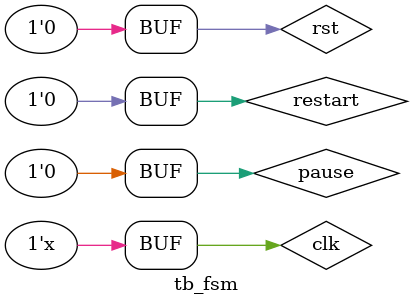
<source format=v>
module fsm(pause,restart,clk, rst, state,odd,even, terminal);
input pause,restart,clk, rst, odd,even;
output [1:0] state;
output terminal;

reg[1:0] next_state,state;
parameter [1:0] FIRST= 2'b11;
parameter [1:0] SECOND= 2'b01;
parameter [1:0] THIRD = 2'b10;
always @(posedge clk) // sequential
begin
if (rst) state <= FIRST;
else state <= next_state;
end

always @* // combinational
begin
case(state)
FIRST: if (restart | pause)
 	next_state = FIRST;
	else next_state = SECOND;
SECOND: if (restart)
	 next_state = FIRST;
	else 	if (pause) next_state = SECOND;
	else next_state = THIRD;
THIRD: if (!restart & pause) next_state = THIRD;
	else next_state = FIRST;
	default: next_state = FIRST;
	endcase end
// output logic described using continuous assignment
assign odd = (state == FIRST) | (state == THIRD);
assign even = (state == SECOND);
assign terminal = (state == THIRD) & (restart | !pause);
endmodule


module tb_fsm();
reg pause,restart, rst;
wire state,odd,even;
wire terminal;
reg clk=0;

fsm DUT (pause,restart,clk, rst, state,odd,even, terminal);

always #5 clk = ~clk;



initial
begin

pause=1'b0;restart=1'b1;rst=1'b1; #5;
pause=1'b0;restart=1'b1;rst=1'b1; #5;
pause=1'b0;restart=1'b0;rst=1'b0; #5;
pause=1'b0;restart=1'b0;rst=1'b0; #5;
pause=1'b0;restart=1'b1;rst=1'b0; #5;
pause=1'b0;restart=1'b1;rst=1'b0; #5;
pause=1'b0;restart=1'b0;rst=1'b0; #5;
pause=1'b0;restart=1'b0;rst=1'b0; #5;

end
endmodule

</source>
